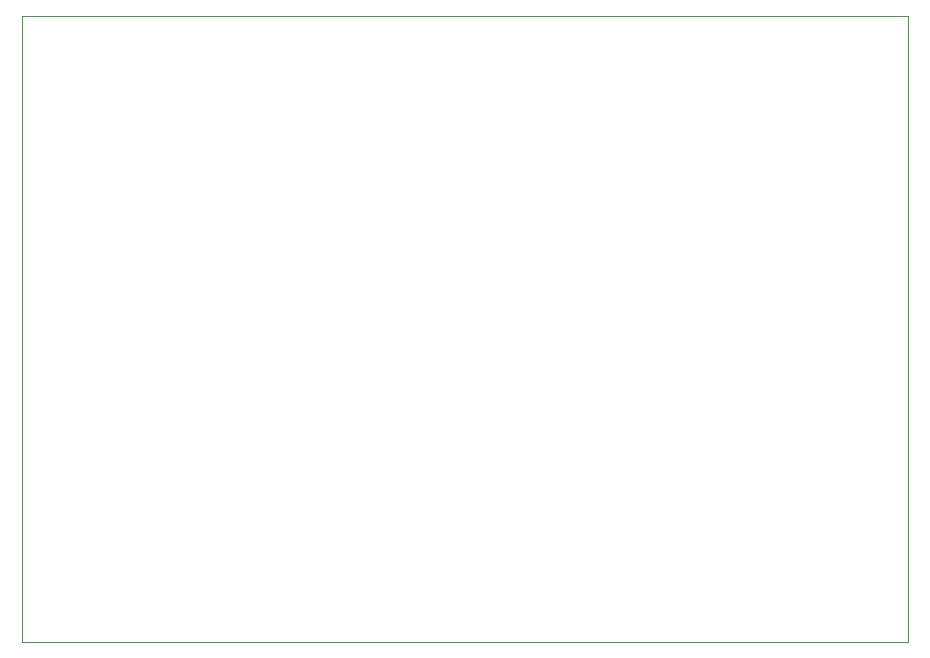
<source format=gbr>
G04 #@! TF.GenerationSoftware,KiCad,Pcbnew,9.0.4*
G04 #@! TF.CreationDate,2025-08-25T12:39:34+03:00*
G04 #@! TF.ProjectId,power supply,706f7765-7220-4737-9570-706c792e6b69,rev?*
G04 #@! TF.SameCoordinates,Original*
G04 #@! TF.FileFunction,Profile,NP*
%FSLAX46Y46*%
G04 Gerber Fmt 4.6, Leading zero omitted, Abs format (unit mm)*
G04 Created by KiCad (PCBNEW 9.0.4) date 2025-08-25 12:39:35*
%MOMM*%
%LPD*%
G01*
G04 APERTURE LIST*
G04 #@! TA.AperFunction,Profile*
%ADD10C,0.038100*%
G04 #@! TD*
G04 APERTURE END LIST*
D10*
X91600000Y-73200000D02*
X166600000Y-73200000D01*
X166600000Y-73200000D02*
X166600000Y-126200000D01*
X91600000Y-126200000D02*
X166600000Y-126200000D01*
X91600000Y-73200000D02*
X91600000Y-126200000D01*
M02*

</source>
